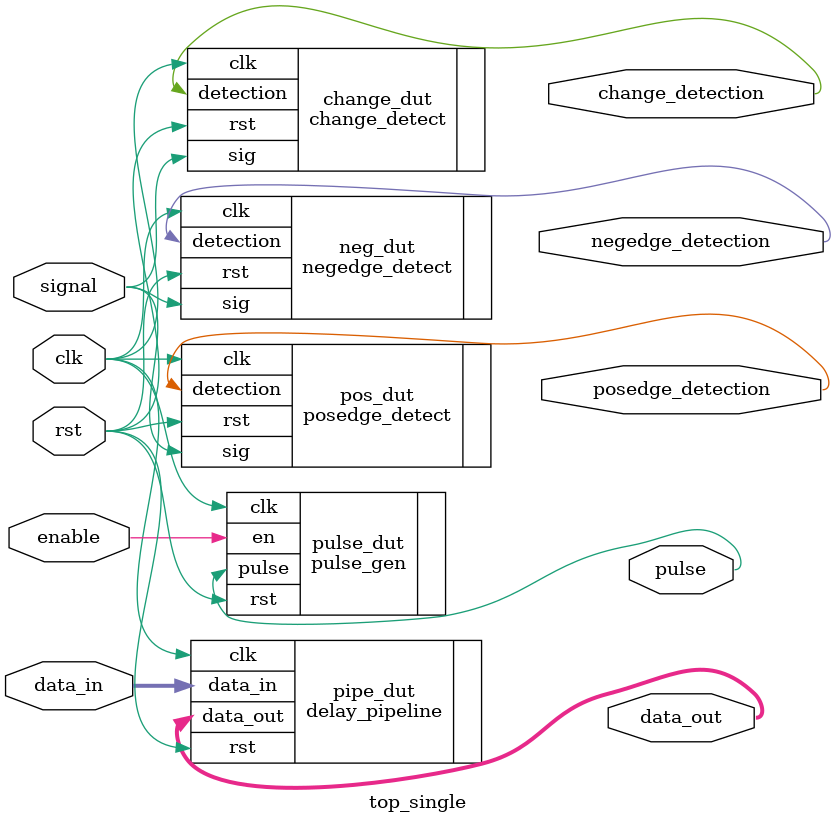
<source format=sv>
module top_single(
  input logic clk, rst, enable,
  input logic signal,
  input logic [31:0] data_in,
  output logic posedge_detection, negedge_detection, change_detection,
  output logic pulse,
  output logic [31:0] data_out
);

  posedge_detect pos_dut(.clk(clk), .rst(rst), .sig(signal), .detection(posedge_detection));
  negedge_detect neg_dut(.clk(clk), .rst(rst), .sig(signal), .detection(negedge_detection));
  change_detect change_dut(.clk(clk), .rst(rst), .sig(signal), .detection(change_detection));
  pulse_gen pulse_dut(.clk(clk), .rst(rst), .en(enable), .pulse(pulse));
  delay_pipeline pipe_dut(.clk(clk), .rst(rst), .data_in(data_in), .data_out(data_out));

endmodule

</source>
